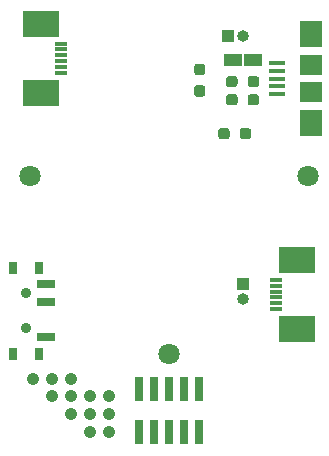
<source format=gbr>
%TF.GenerationSoftware,KiCad,Pcbnew,(5.1.8)-1*%
%TF.CreationDate,2021-09-07T20:43:03-04:00*%
%TF.ProjectId,mainboard_v1,6d61696e-626f-4617-9264-5f76312e6b69,rev?*%
%TF.SameCoordinates,Original*%
%TF.FileFunction,Soldermask,Bot*%
%TF.FilePolarity,Negative*%
%FSLAX46Y46*%
G04 Gerber Fmt 4.6, Leading zero omitted, Abs format (unit mm)*
G04 Created by KiCad (PCBNEW (5.1.8)-1) date 2021-09-07 20:43:03*
%MOMM*%
%LPD*%
G01*
G04 APERTURE LIST*
%ADD10C,1.050000*%
%ADD11C,1.800000*%
%ADD12O,1.000000X1.000000*%
%ADD13R,1.000000X1.000000*%
%ADD14R,1.550000X1.100000*%
%ADD15R,3.100000X2.300000*%
%ADD16R,1.100000X0.300000*%
%ADD17R,0.650000X2.150000*%
%ADD18R,1.900000X1.800000*%
%ADD19R,1.900000X2.300000*%
%ADD20R,1.400000X0.400000*%
%ADD21C,0.900000*%
%ADD22R,1.500000X0.700000*%
%ADD23R,0.800000X1.000000*%
G04 APERTURE END LIST*
D10*
%TO.C,J20*%
X181720000Y-125130000D03*
%TD*%
%TO.C,J19*%
X180120000Y-125130000D03*
%TD*%
%TO.C,J18*%
X180120000Y-126630000D03*
%TD*%
%TO.C,J17*%
X178520000Y-125130000D03*
%TD*%
%TO.C,J16*%
X183320000Y-128130000D03*
%TD*%
%TO.C,J15*%
X183320000Y-126630000D03*
%TD*%
%TO.C,J14*%
X184920000Y-128130000D03*
%TD*%
%TO.C,J13*%
X181720000Y-128130000D03*
%TD*%
%TO.C,J12*%
X183320000Y-129630000D03*
%TD*%
%TO.C,J11*%
X184920000Y-126630000D03*
%TD*%
%TO.C,J10*%
X184920000Y-129630000D03*
%TD*%
%TO.C,J9*%
X181720000Y-126630000D03*
%TD*%
D11*
%TO.C,H1*%
X190000000Y-123000000D03*
%TD*%
%TO.C,R11*%
G36*
G01*
X195975000Y-104617500D02*
X195975000Y-104142500D01*
G75*
G02*
X196212500Y-103905000I237500J0D01*
G01*
X196712500Y-103905000D01*
G75*
G02*
X196950000Y-104142500I0J-237500D01*
G01*
X196950000Y-104617500D01*
G75*
G02*
X196712500Y-104855000I-237500J0D01*
G01*
X196212500Y-104855000D01*
G75*
G02*
X195975000Y-104617500I0J237500D01*
G01*
G37*
G36*
G01*
X194150000Y-104617500D02*
X194150000Y-104142500D01*
G75*
G02*
X194387500Y-103905000I237500J0D01*
G01*
X194887500Y-103905000D01*
G75*
G02*
X195125000Y-104142500I0J-237500D01*
G01*
X195125000Y-104617500D01*
G75*
G02*
X194887500Y-104855000I-237500J0D01*
G01*
X194387500Y-104855000D01*
G75*
G02*
X194150000Y-104617500I0J237500D01*
G01*
G37*
%TD*%
%TO.C,R10*%
G36*
G01*
X192837500Y-99435000D02*
X192362500Y-99435000D01*
G75*
G02*
X192125000Y-99197500I0J237500D01*
G01*
X192125000Y-98697500D01*
G75*
G02*
X192362500Y-98460000I237500J0D01*
G01*
X192837500Y-98460000D01*
G75*
G02*
X193075000Y-98697500I0J-237500D01*
G01*
X193075000Y-99197500D01*
G75*
G02*
X192837500Y-99435000I-237500J0D01*
G01*
G37*
G36*
G01*
X192837500Y-101260000D02*
X192362500Y-101260000D01*
G75*
G02*
X192125000Y-101022500I0J237500D01*
G01*
X192125000Y-100522500D01*
G75*
G02*
X192362500Y-100285000I237500J0D01*
G01*
X192837500Y-100285000D01*
G75*
G02*
X193075000Y-100522500I0J-237500D01*
G01*
X193075000Y-101022500D01*
G75*
G02*
X192837500Y-101260000I-237500J0D01*
G01*
G37*
%TD*%
D12*
%TO.C,J4*%
X196230000Y-96070000D03*
D13*
X194960000Y-96070000D03*
%TD*%
D14*
%TO.C,C13*%
X195370000Y-98140000D03*
X197070000Y-98140000D03*
%TD*%
D15*
%TO.C,J8*%
X200790000Y-120920000D03*
X200790000Y-115080000D03*
D16*
X199090000Y-119250000D03*
X199090000Y-118750000D03*
X199090000Y-118250000D03*
X199090000Y-117750000D03*
X199090000Y-117250000D03*
X199090000Y-116750000D03*
%TD*%
D15*
%TO.C,J3*%
X179190000Y-95080000D03*
X179190000Y-100920000D03*
D16*
X180890000Y-96750000D03*
X180890000Y-97250000D03*
X180890000Y-97750000D03*
X180890000Y-98250000D03*
X180890000Y-98750000D03*
X180890000Y-99250000D03*
%TD*%
D11*
%TO.C,H3*%
X201750000Y-108000000D03*
%TD*%
%TO.C,H2*%
X178250000Y-108000000D03*
%TD*%
D17*
%TO.C,J7*%
X187460000Y-126025000D03*
X188730000Y-126025000D03*
X190000000Y-126025000D03*
X191270000Y-126025000D03*
X192540000Y-126025000D03*
X187460000Y-129675000D03*
X188730000Y-129675000D03*
X190000000Y-129675000D03*
X191270000Y-129675000D03*
X192540000Y-129675000D03*
%TD*%
D13*
%TO.C,J1*%
X196230000Y-117130000D03*
D12*
X196230000Y-118400000D03*
%TD*%
D18*
%TO.C,J2*%
X201980000Y-100870000D03*
X201980000Y-98570000D03*
D19*
X201980000Y-103470000D03*
X201980000Y-95970000D03*
D20*
X199130000Y-101020000D03*
X199130000Y-100370000D03*
X199130000Y-99720000D03*
X199130000Y-99070000D03*
X199130000Y-98420000D03*
%TD*%
%TO.C,R8*%
G36*
G01*
X197620000Y-101272500D02*
X197620000Y-101747500D01*
G75*
G02*
X197382500Y-101985000I-237500J0D01*
G01*
X196882500Y-101985000D01*
G75*
G02*
X196645000Y-101747500I0J237500D01*
G01*
X196645000Y-101272500D01*
G75*
G02*
X196882500Y-101035000I237500J0D01*
G01*
X197382500Y-101035000D01*
G75*
G02*
X197620000Y-101272500I0J-237500D01*
G01*
G37*
G36*
G01*
X195795000Y-101272500D02*
X195795000Y-101747500D01*
G75*
G02*
X195557500Y-101985000I-237500J0D01*
G01*
X195057500Y-101985000D01*
G75*
G02*
X194820000Y-101747500I0J237500D01*
G01*
X194820000Y-101272500D01*
G75*
G02*
X195057500Y-101035000I237500J0D01*
G01*
X195557500Y-101035000D01*
G75*
G02*
X195795000Y-101272500I0J-237500D01*
G01*
G37*
%TD*%
%TO.C,R9*%
G36*
G01*
X197620000Y-99735000D02*
X197620000Y-100210000D01*
G75*
G02*
X197382500Y-100447500I-237500J0D01*
G01*
X196882500Y-100447500D01*
G75*
G02*
X196645000Y-100210000I0J237500D01*
G01*
X196645000Y-99735000D01*
G75*
G02*
X196882500Y-99497500I237500J0D01*
G01*
X197382500Y-99497500D01*
G75*
G02*
X197620000Y-99735000I0J-237500D01*
G01*
G37*
G36*
G01*
X195795000Y-99735000D02*
X195795000Y-100210000D01*
G75*
G02*
X195557500Y-100447500I-237500J0D01*
G01*
X195057500Y-100447500D01*
G75*
G02*
X194820000Y-100210000I0J237500D01*
G01*
X194820000Y-99735000D01*
G75*
G02*
X195057500Y-99497500I237500J0D01*
G01*
X195557500Y-99497500D01*
G75*
G02*
X195795000Y-99735000I0J-237500D01*
G01*
G37*
%TD*%
D21*
%TO.C,SW1*%
X177850000Y-120870000D03*
X177850000Y-117870000D03*
D22*
X179610000Y-121620000D03*
X179610000Y-118620000D03*
X179610000Y-117120000D03*
D23*
X176750000Y-123020000D03*
X176750000Y-115720000D03*
X178960000Y-115720000D03*
X178960000Y-123020000D03*
%TD*%
M02*

</source>
